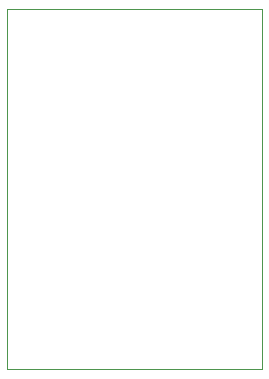
<source format=gbr>
G04 #@! TF.FileFunction,Profile,NP*
%FSLAX46Y46*%
G04 Gerber Fmt 4.6, Leading zero omitted, Abs format (unit mm)*
G04 Created by KiCad (PCBNEW 4.0.2-stable) date 29.09.2016 11:58:04*
%MOMM*%
G01*
G04 APERTURE LIST*
%ADD10C,0.100000*%
G04 APERTURE END LIST*
D10*
X138430000Y-130810000D02*
X138430000Y-100330000D01*
X160020000Y-130810000D02*
X138430000Y-130810000D01*
X160020000Y-100330000D02*
X160020000Y-130810000D01*
X138430000Y-100330000D02*
X160020000Y-100330000D01*
M02*

</source>
